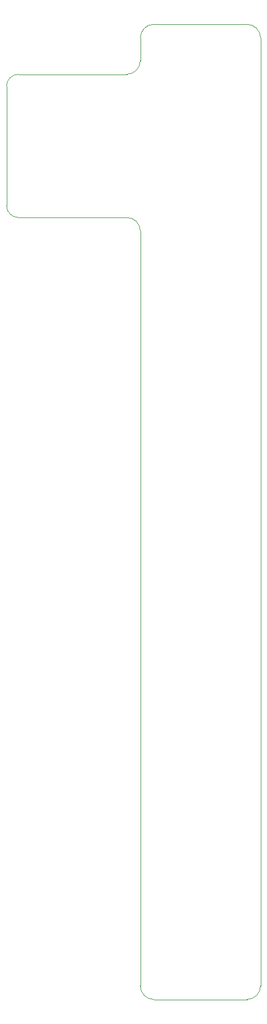
<source format=gbr>
G04 #@! TF.GenerationSoftware,KiCad,Pcbnew,(5.1.0)-1*
G04 #@! TF.CreationDate,2019-07-29T16:37:05-07:00*
G04 #@! TF.ProjectId,Watch V4,57617463-6820-4563-942e-6b696361645f,rev?*
G04 #@! TF.SameCoordinates,Original*
G04 #@! TF.FileFunction,Profile,NP*
%FSLAX46Y46*%
G04 Gerber Fmt 4.6, Leading zero omitted, Abs format (unit mm)*
G04 Created by KiCad (PCBNEW (5.1.0)-1) date 2019-07-29 16:37:05*
%MOMM*%
%LPD*%
G04 APERTURE LIST*
%ADD10C,0.050000*%
G04 APERTURE END LIST*
D10*
X146431000Y-165989000D02*
G75*
G02X144399000Y-163957000I0J2032000D01*
G01*
X162433000Y-163957000D02*
G75*
G02X160401000Y-165989000I-2032000J0D01*
G01*
X142367000Y-48768000D02*
G75*
G02X144399000Y-50800000I0J-2032000D01*
G01*
X144399000Y-21844000D02*
G75*
G02X146431000Y-19812000I2032000J0D01*
G01*
X160401000Y-19812000D02*
G75*
G02X162433000Y-21844000I0J-2032000D01*
G01*
X144399000Y-25273000D02*
G75*
G02X142367000Y-27305000I-2032000J0D01*
G01*
X124333000Y-29083000D02*
G75*
G02X126111000Y-27305000I1778000J0D01*
G01*
X126111000Y-48768000D02*
G75*
G02X124333000Y-46990000I0J1778000D01*
G01*
X144399000Y-25273000D02*
X144399000Y-21844000D01*
X126111000Y-48768000D02*
X142367000Y-48768000D01*
X124333000Y-46990000D02*
X124333000Y-29083000D01*
X142367000Y-27305000D02*
X126111000Y-27305000D01*
X144399000Y-163957000D02*
X144399000Y-50800000D01*
X160401000Y-165989000D02*
X146431000Y-165989000D01*
X160401000Y-19812000D02*
X146431000Y-19812000D01*
X162433000Y-163957000D02*
X162433000Y-21844000D01*
M02*

</source>
